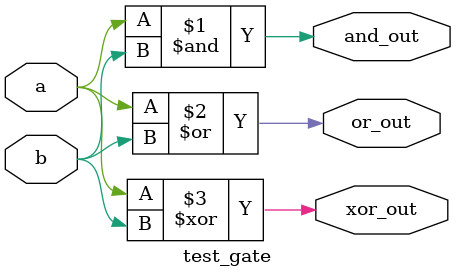
<source format=v>
module test_gate (
    input  a,
    input  b,
    output and_out,
    output or_out,
    output xor_out
);
    assign and_out = a & b;
    assign or_out  = a | b;
    assign xor_out = a ^ b;
endmodule
</source>
